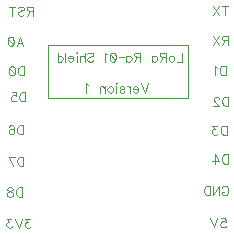
<source format=gbr>
G04 DipTrace 3.0.0.2*
G04 BottomSilk.gbr*
%MOIN*%
G04 #@! TF.FileFunction,Legend,Bot*
G04 #@! TF.Part,Single*
%ADD15C,0.003937*%
%ADD32C,0.004632*%
%FSLAX26Y26*%
G04*
G70*
G90*
G75*
G01*
G04 BotSilk*
%LPD*%
X656220Y1031024D2*
D15*
X1125512D1*
Y854252D1*
X656220D1*
Y1031024D1*
X606491Y1143838D2*
D32*
X593591D1*
X589280Y1145298D1*
X587821Y1146724D1*
X586395Y1149575D1*
Y1152461D1*
X587821Y1155312D1*
X589280Y1156772D1*
X593591Y1158197D1*
X606491D1*
Y1128053D1*
X596443Y1143838D2*
X586395Y1128053D1*
X557035Y1153886D2*
X559887Y1156772D1*
X564198Y1158197D1*
X569935D1*
X574246Y1156772D1*
X577131Y1153886D1*
Y1151035D1*
X575672Y1148149D1*
X574246Y1146724D1*
X571394Y1145298D1*
X562772Y1142413D1*
X559887Y1140987D1*
X558461Y1139527D1*
X557035Y1136676D1*
Y1132365D1*
X559887Y1129513D1*
X564198Y1128053D1*
X569935D1*
X574246Y1129513D1*
X577131Y1132365D1*
X537723Y1158197D2*
Y1128053D1*
X547771Y1158197D2*
X527675D1*
X596957Y451164D2*
X581206D1*
X589794Y439690D1*
X585483D1*
X582632Y438264D1*
X581206Y436838D1*
X579746Y432527D1*
Y429676D1*
X581206Y425365D1*
X584057Y422479D1*
X588369Y421053D1*
X592680D1*
X596957Y422479D1*
X598383Y423939D1*
X599842Y426790D1*
X570483Y451197D2*
X559009Y421053D1*
X547535Y451197D1*
X535386Y451164D2*
X519635D1*
X528223Y439690D1*
X523912D1*
X521061Y438264D1*
X519635Y436838D1*
X518175Y432527D1*
Y429676D1*
X519635Y425365D1*
X522486Y422479D1*
X526798Y421053D1*
X531109D1*
X535386Y422479D1*
X536812Y423939D1*
X538271Y426790D1*
X1104621Y1004759D2*
Y974615D1*
X1087410D1*
X1070984Y994711D2*
X1073836Y993285D1*
X1076721Y990400D1*
X1078147Y986089D1*
Y983237D1*
X1076721Y978926D1*
X1073836Y976074D1*
X1070984Y974615D1*
X1066673D1*
X1063788Y976074D1*
X1060936Y978926D1*
X1059477Y983237D1*
Y986089D1*
X1060936Y990400D1*
X1063788Y993285D1*
X1066673Y994711D1*
X1070984D1*
X1050213Y990400D2*
X1037313D1*
X1033002Y991859D1*
X1031543Y993285D1*
X1030117Y996137D1*
Y999022D1*
X1031543Y1001874D1*
X1033002Y1003333D1*
X1037313Y1004759D1*
X1050213D1*
Y974615D1*
X1040165Y990400D2*
X1030117Y974615D1*
X1003643Y994711D2*
Y974615D1*
Y990400D2*
X1006495Y993285D1*
X1009380Y994711D1*
X1013658D1*
X1016543Y993285D1*
X1019395Y990400D1*
X1020854Y986089D1*
Y983237D1*
X1019395Y978926D1*
X1016543Y976074D1*
X1013658Y974615D1*
X1009380D1*
X1006495Y976074D1*
X1003643Y978926D1*
X965219Y990400D2*
X952319D1*
X948008Y991859D1*
X946549Y993285D1*
X945123Y996137D1*
Y999022D1*
X946549Y1001874D1*
X948008Y1003333D1*
X952319Y1004759D1*
X965219D1*
Y974615D1*
X955171Y990400D2*
X945123Y974615D1*
X918648Y994711D2*
Y974615D1*
Y990400D2*
X921500Y993285D1*
X924385Y994711D1*
X928663D1*
X931548Y993285D1*
X934400Y990400D1*
X935859Y986089D1*
Y983237D1*
X934400Y978926D1*
X931548Y976074D1*
X928663Y974615D1*
X924385D1*
X921500Y976074D1*
X918648Y978926D1*
X909385Y989671D2*
X892804D1*
X874918Y1004726D2*
X879229Y1003300D1*
X882114Y998989D1*
X883540Y991826D1*
Y987515D1*
X882114Y980352D1*
X879229Y976041D1*
X874918Y974615D1*
X872066D1*
X867755Y976041D1*
X864903Y980352D1*
X863444Y987515D1*
Y991826D1*
X864903Y998989D1*
X867755Y1003300D1*
X872066Y1004726D1*
X874918D1*
X864903Y998989D2*
X882114Y980352D1*
X854181Y998989D2*
X851296Y1000448D1*
X846985Y1004726D1*
Y974615D1*
X788464Y1000448D2*
X791316Y1003333D1*
X795627Y1004759D1*
X801364D1*
X805675Y1003333D1*
X808560Y1000448D1*
Y997596D1*
X807101Y994711D1*
X805675Y993285D1*
X802823Y991859D1*
X794201Y988974D1*
X791316Y987548D1*
X789890Y986089D1*
X788464Y983237D1*
Y978926D1*
X791316Y976074D1*
X795627Y974615D1*
X801364D1*
X805675Y976074D1*
X808560Y978926D1*
X779201Y1004759D2*
Y974615D1*
Y988974D2*
X774890Y993285D1*
X772005Y994711D1*
X767694D1*
X764842Y993285D1*
X763416Y988974D1*
Y974615D1*
X754152Y1004759D2*
X752726Y1003333D1*
X751267Y1004759D1*
X752726Y1006218D1*
X754152Y1004759D1*
X752726Y994711D2*
Y974615D1*
X742004Y986089D2*
X724793D1*
Y988974D1*
X726219Y991859D1*
X727645Y993285D1*
X730530Y994711D1*
X734841D1*
X737693Y993285D1*
X740578Y990400D1*
X742004Y986089D1*
Y983237D1*
X740578Y978926D1*
X737693Y976074D1*
X734841Y974615D1*
X730530D1*
X727645Y976074D1*
X724793Y978926D1*
X715529Y1004759D2*
Y974615D1*
X689055Y1004759D2*
Y974615D1*
Y990400D2*
X691907Y993285D1*
X694792Y994711D1*
X699103D1*
X701955Y993285D1*
X704840Y990400D1*
X706266Y986089D1*
Y983237D1*
X704840Y978926D1*
X701955Y976074D1*
X699103Y974615D1*
X694792D1*
X691907Y976074D1*
X689055Y978926D1*
X1236895Y553035D2*
X1238321Y555886D1*
X1241206Y558772D1*
X1244057Y560197D1*
X1249794D1*
X1252680Y558772D1*
X1255531Y555886D1*
X1256991Y553035D1*
X1258417Y548724D1*
Y541527D1*
X1256991Y537250D1*
X1255531Y534365D1*
X1252680Y531513D1*
X1249794Y530053D1*
X1244057D1*
X1241206Y531513D1*
X1238321Y534365D1*
X1236895Y537250D1*
Y541527D1*
X1244057D1*
X1207535Y560197D2*
Y530053D1*
X1227631Y560197D1*
Y530053D1*
X1198271Y560197D2*
Y530053D1*
X1188223D1*
X1183912Y531513D1*
X1181027Y534365D1*
X1179601Y537250D1*
X1178175Y541527D1*
Y548724D1*
X1179601Y553035D1*
X1181027Y555886D1*
X1183912Y558772D1*
X1188223Y560197D1*
X1198271D1*
X552535Y1027053D2*
X564042Y1057197D1*
X575516Y1027053D1*
X571205Y1037101D2*
X556846D1*
X534649Y1057164D2*
X538960Y1055738D1*
X541846Y1051427D1*
X543271Y1044264D1*
Y1039953D1*
X541846Y1032790D1*
X538960Y1028479D1*
X534649Y1027053D1*
X531798D1*
X527486Y1028479D1*
X524635Y1032790D1*
X523175Y1039953D1*
Y1044264D1*
X524635Y1051427D1*
X527486Y1055738D1*
X531798Y1057164D1*
X534649D1*
X524635Y1051427D2*
X541846Y1032790D1*
X576631Y959197D2*
Y929053D1*
X566583D1*
X562272Y930513D1*
X559387Y933365D1*
X557961Y936250D1*
X556535Y940527D1*
Y947724D1*
X557961Y952035D1*
X559387Y954886D1*
X562272Y957772D1*
X566583Y959197D1*
X576631D1*
X538649Y959164D2*
X542960Y957738D1*
X545846Y953427D1*
X547271Y946264D1*
Y941953D1*
X545846Y934790D1*
X542960Y930479D1*
X538649Y929053D1*
X535798D1*
X531486Y930479D1*
X528635Y934790D1*
X527175Y941953D1*
Y946264D1*
X528635Y953427D1*
X531486Y957738D1*
X535798Y959164D1*
X538649D1*
X528635Y953427D2*
X545846Y934790D1*
X582131Y872197D2*
Y842053D1*
X572083D1*
X567772Y843513D1*
X564887Y846365D1*
X563461Y849250D1*
X562035Y853527D1*
Y860724D1*
X563461Y865035D1*
X564887Y867886D1*
X567772Y870772D1*
X572083Y872197D1*
X582131D1*
X535561Y872164D2*
X549886D1*
X551312Y859264D1*
X549886Y860690D1*
X545575Y862149D1*
X541298D1*
X536986Y860690D1*
X534101Y857838D1*
X532675Y853527D1*
Y850676D1*
X534101Y846365D1*
X536986Y843479D1*
X541298Y842053D1*
X545575D1*
X549886Y843479D1*
X551312Y844939D1*
X552771Y847790D1*
X573672Y762197D2*
Y732053D1*
X563624D1*
X559313Y733513D1*
X556428Y736365D1*
X555002Y739250D1*
X553576Y743527D1*
Y750724D1*
X555002Y755035D1*
X556428Y757886D1*
X559313Y760772D1*
X563624Y762197D1*
X573672D1*
X527101Y757886D2*
X528527Y760738D1*
X532838Y762164D1*
X535690D1*
X540001Y760738D1*
X542886Y756427D1*
X544312Y749264D1*
Y742101D1*
X542886Y736365D1*
X540001Y733479D1*
X535690Y732053D1*
X534264D1*
X529986Y733479D1*
X527101Y736365D1*
X525675Y740676D1*
Y742101D1*
X527101Y746413D1*
X529986Y749264D1*
X534264Y750690D1*
X535690D1*
X540001Y749264D1*
X542886Y746413D1*
X544312Y742101D1*
X575131Y658197D2*
Y628053D1*
X565083D1*
X560772Y629513D1*
X557887Y632365D1*
X556461Y635250D1*
X555035Y639527D1*
Y646724D1*
X556461Y651035D1*
X557887Y653886D1*
X560772Y656772D1*
X565083Y658197D1*
X575131D1*
X540034Y628053D2*
X525675Y658164D1*
X545771D1*
X570098Y555197D2*
Y525053D1*
X560050D1*
X555739Y526513D1*
X552854Y529365D1*
X551428Y532250D1*
X550002Y536527D1*
Y543724D1*
X551428Y548035D1*
X552854Y550886D1*
X555739Y553772D1*
X560050Y555197D1*
X570098D1*
X533575Y555164D2*
X537853Y553738D1*
X539312Y550886D1*
Y548001D1*
X537853Y545149D1*
X535001Y543690D1*
X529264Y542264D1*
X524953Y540838D1*
X522101Y537953D1*
X520675Y535101D1*
Y530790D1*
X522101Y527939D1*
X523527Y526479D1*
X527838Y525053D1*
X533575D1*
X537853Y526479D1*
X539312Y527939D1*
X540738Y530790D1*
Y535101D1*
X539312Y537953D1*
X536427Y540838D1*
X532149Y542264D1*
X526412Y543690D1*
X523527Y545149D1*
X522101Y548001D1*
Y550886D1*
X523527Y553738D1*
X527838Y555164D1*
X533575D1*
X1249731Y960197D2*
Y930053D1*
X1239683D1*
X1235372Y931513D1*
X1232487Y934365D1*
X1231061Y937250D1*
X1229635Y941527D1*
Y948724D1*
X1231061Y953035D1*
X1232487Y955886D1*
X1235372Y958772D1*
X1239683Y960197D1*
X1249731D1*
X1220372Y954427D2*
X1217486Y955886D1*
X1213175Y960164D1*
Y930053D1*
X1258131Y857197D2*
Y827053D1*
X1248083D1*
X1243772Y828513D1*
X1240887Y831365D1*
X1239461Y834250D1*
X1238035Y838527D1*
Y845724D1*
X1239461Y850035D1*
X1240887Y852886D1*
X1243772Y855772D1*
X1248083Y857197D1*
X1258131D1*
X1227312Y850001D2*
Y851427D1*
X1225886Y854312D1*
X1224460Y855738D1*
X1221575Y857164D1*
X1215838D1*
X1212986Y855738D1*
X1211561Y854312D1*
X1210101Y851427D1*
Y848575D1*
X1211561Y845690D1*
X1214412Y841413D1*
X1228771Y827053D1*
X1208675D1*
X1252631Y761434D2*
Y731290D1*
X1242583D1*
X1238272Y732749D1*
X1235387Y735601D1*
X1233961Y738486D1*
X1232535Y742764D1*
Y749960D1*
X1233961Y754271D1*
X1235387Y757123D1*
X1238272Y760008D1*
X1242583Y761434D1*
X1252631D1*
X1220386Y761401D2*
X1204635D1*
X1213223Y749927D1*
X1208912D1*
X1206061Y748501D1*
X1204635Y747075D1*
X1203175Y742764D1*
Y739912D1*
X1204635Y735601D1*
X1207486Y732716D1*
X1211798Y731290D1*
X1216109D1*
X1220386Y732716D1*
X1221812Y734175D1*
X1223271Y737027D1*
X1256308Y665197D2*
Y635053D1*
X1246260D1*
X1241949Y636513D1*
X1239064Y639365D1*
X1237638Y642250D1*
X1236212Y646527D1*
Y653724D1*
X1237638Y658035D1*
X1239064Y660886D1*
X1241949Y663772D1*
X1246260Y665197D1*
X1256308D1*
X1212589Y635053D2*
Y665164D1*
X1226948Y645101D1*
X1205426D1*
X1233772Y452164D2*
X1248098D1*
X1249524Y439264D1*
X1248098Y440690D1*
X1243787Y442149D1*
X1239509D1*
X1235198Y440690D1*
X1232313Y437838D1*
X1230887Y433527D1*
Y430676D1*
X1232313Y426365D1*
X1235198Y423479D1*
X1239509Y422053D1*
X1243787D1*
X1248098Y423479D1*
X1249524Y424939D1*
X1250983Y427790D1*
X1221623Y452197D2*
X1210149Y422053D1*
X1198675Y452197D1*
X1246334Y1160176D2*
Y1130032D1*
X1256382Y1160176D2*
X1236286D1*
X1227022D2*
X1206926Y1130032D1*
Y1160176D2*
X1227022Y1130032D1*
X990824Y901914D2*
X979350Y871770D1*
X967876Y901914D1*
X958613Y883244D2*
X941402D1*
Y886129D1*
X942828Y889014D1*
X944254Y890440D1*
X947139Y891866D1*
X951450D1*
X954302Y890440D1*
X957187Y887555D1*
X958613Y883244D1*
Y880392D1*
X957187Y876081D1*
X954302Y873229D1*
X951450Y871770D1*
X947139D1*
X944254Y873229D1*
X941402Y876081D1*
X932138Y891866D2*
Y871770D1*
Y883244D2*
X930679Y887555D1*
X927827Y890440D1*
X924942Y891866D1*
X920631D1*
X895583Y887555D2*
X897009Y890440D1*
X901320Y891866D1*
X905631D1*
X909942Y890440D1*
X911368Y887555D1*
X909942Y884703D1*
X907057Y883244D1*
X899894Y881818D1*
X897009Y880392D1*
X895583Y877507D1*
Y876081D1*
X897009Y873229D1*
X901320Y871770D1*
X905631D1*
X909942Y873229D1*
X911368Y876081D1*
X886319Y901914D2*
X884893Y900488D1*
X883434Y901914D1*
X884893Y903373D1*
X886319Y901914D1*
X884893Y891866D2*
Y871770D1*
X867007Y891866D2*
X869859Y890440D1*
X872744Y887555D1*
X874170Y883244D1*
Y880392D1*
X872744Y876081D1*
X869859Y873229D1*
X867007Y871770D1*
X862696D1*
X859811Y873229D1*
X856959Y876081D1*
X855500Y880392D1*
Y883244D1*
X856959Y887555D1*
X859811Y890440D1*
X862696Y891866D1*
X867007D1*
X846237D2*
Y871770D1*
Y886129D2*
X841926Y890440D1*
X839041Y891866D1*
X834763D1*
X831878Y890440D1*
X830452Y886129D1*
Y871770D1*
X792028Y896144D2*
X789143Y897603D1*
X784832Y901881D1*
Y871770D1*
X1256382Y1045828D2*
X1243482D1*
X1239171Y1047287D1*
X1237712Y1048713D1*
X1236286Y1051565D1*
Y1054450D1*
X1237712Y1057302D1*
X1239171Y1058761D1*
X1243482Y1060187D1*
X1256382D1*
Y1030043D1*
X1246334Y1045828D2*
X1236286Y1030043D1*
X1227022Y1060187D2*
X1206926Y1030043D1*
Y1060187D2*
X1227022Y1030043D1*
M02*

</source>
